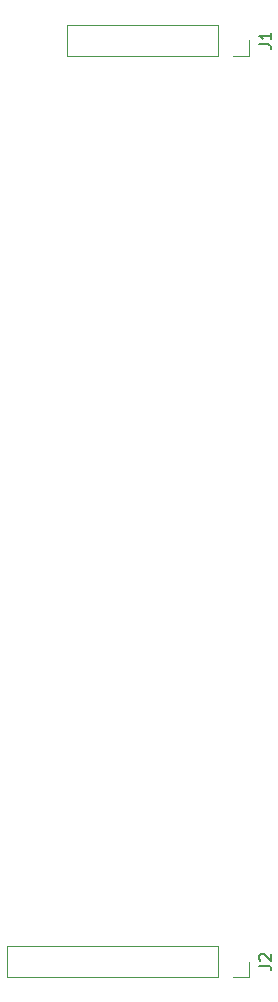
<source format=gto>
%TF.GenerationSoftware,KiCad,Pcbnew,(6.0.1)*%
%TF.CreationDate,2022-10-17T21:45:17-04:00*%
%TF.ProjectId,ER-VCA2-01-CTRLS,45522d56-4341-4322-9d30-312d4354524c,1*%
%TF.SameCoordinates,Original*%
%TF.FileFunction,Legend,Top*%
%TF.FilePolarity,Positive*%
%FSLAX46Y46*%
G04 Gerber Fmt 4.6, Leading zero omitted, Abs format (unit mm)*
G04 Created by KiCad (PCBNEW (6.0.1)) date 2022-10-17 21:45:17*
%MOMM*%
%LPD*%
G01*
G04 APERTURE LIST*
%ADD10C,0.150000*%
%ADD11C,0.120000*%
G04 APERTURE END LIST*
D10*
%TO.C,*%
%TO.C,J2*%
X61222380Y-109833333D02*
X61936666Y-109833333D01*
X62079523Y-109880952D01*
X62174761Y-109976190D01*
X62222380Y-110119047D01*
X62222380Y-110214285D01*
X61317619Y-109404761D02*
X61270000Y-109357142D01*
X61222380Y-109261904D01*
X61222380Y-109023809D01*
X61270000Y-108928571D01*
X61317619Y-108880952D01*
X61412857Y-108833333D01*
X61508095Y-108833333D01*
X61650952Y-108880952D01*
X62222380Y-109452380D01*
X62222380Y-108833333D01*
%TO.C,*%
%TO.C,J1*%
X61222380Y-31833333D02*
X61936666Y-31833333D01*
X62079523Y-31880952D01*
X62174761Y-31976190D01*
X62222380Y-32119047D01*
X62222380Y-32214285D01*
X62222380Y-30833333D02*
X62222380Y-31404761D01*
X62222380Y-31119047D02*
X61222380Y-31119047D01*
X61365238Y-31214285D01*
X61460476Y-31309523D01*
X61508095Y-31404761D01*
D11*
%TO.C,J2*%
X60330000Y-110830000D02*
X59000000Y-110830000D01*
X39890000Y-108170000D02*
X39890000Y-110830000D01*
X57730000Y-108170000D02*
X39890000Y-108170000D01*
X60330000Y-109500000D02*
X60330000Y-110830000D01*
X57730000Y-108170000D02*
X57730000Y-110830000D01*
X57730000Y-110830000D02*
X39890000Y-110830000D01*
%TO.C,J1*%
X60330000Y-31500000D02*
X60330000Y-32830000D01*
X60330000Y-32830000D02*
X59000000Y-32830000D01*
X57730000Y-32830000D02*
X44970000Y-32830000D01*
X57730000Y-30170000D02*
X57730000Y-32830000D01*
X44970000Y-30170000D02*
X44970000Y-32830000D01*
X57730000Y-30170000D02*
X44970000Y-30170000D01*
%TD*%
M02*

</source>
